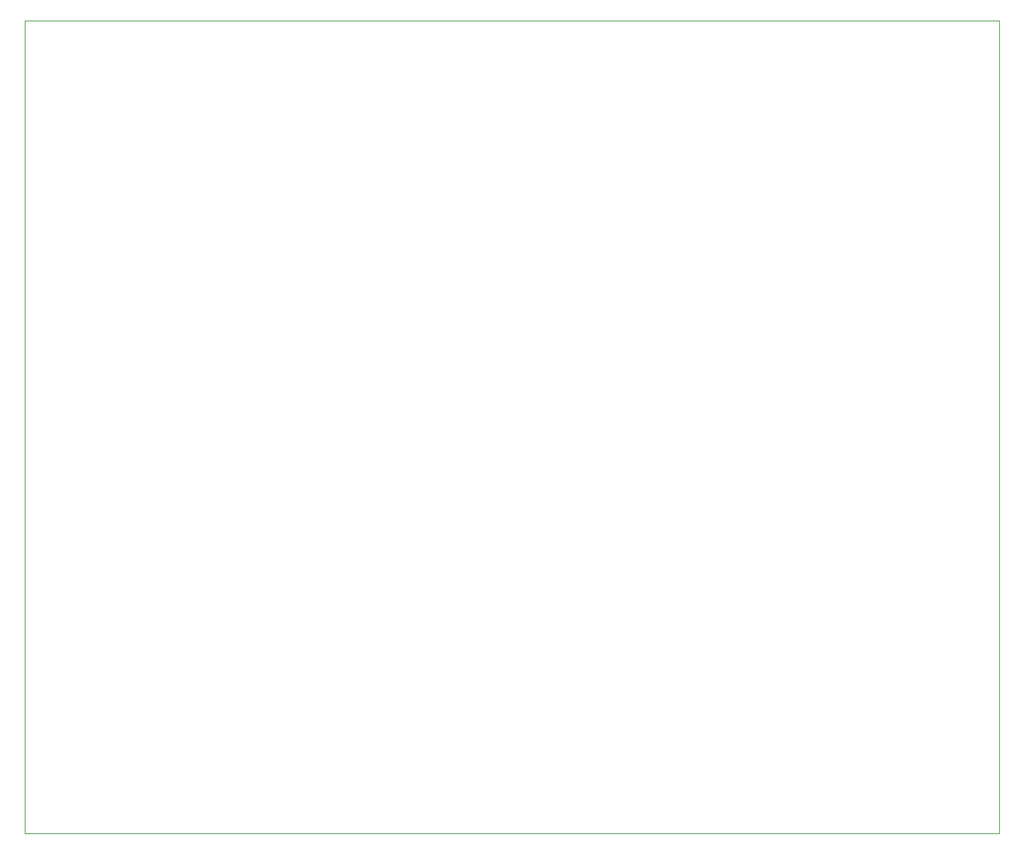
<source format=gbr>
%TF.GenerationSoftware,KiCad,Pcbnew,(6.0.11-0)*%
%TF.CreationDate,2023-05-23T17:58:13+02:00*%
%TF.ProjectId,Keyer_MEGA2560,4b657965-725f-44d4-9547-41323536302e,rev?*%
%TF.SameCoordinates,Original*%
%TF.FileFunction,Profile,NP*%
%FSLAX46Y46*%
G04 Gerber Fmt 4.6, Leading zero omitted, Abs format (unit mm)*
G04 Created by KiCad (PCBNEW (6.0.11-0)) date 2023-05-23 17:58:13*
%MOMM*%
%LPD*%
G01*
G04 APERTURE LIST*
%TA.AperFunction,Profile*%
%ADD10C,0.100000*%
%TD*%
G04 APERTURE END LIST*
D10*
X295402000Y-73914000D02*
X295402000Y-173990000D01*
X175514000Y-73914000D02*
X295402000Y-73914000D01*
X175514000Y-173990000D02*
X175514000Y-73914000D01*
X295402000Y-173990000D02*
X175514000Y-173990000D01*
M02*

</source>
